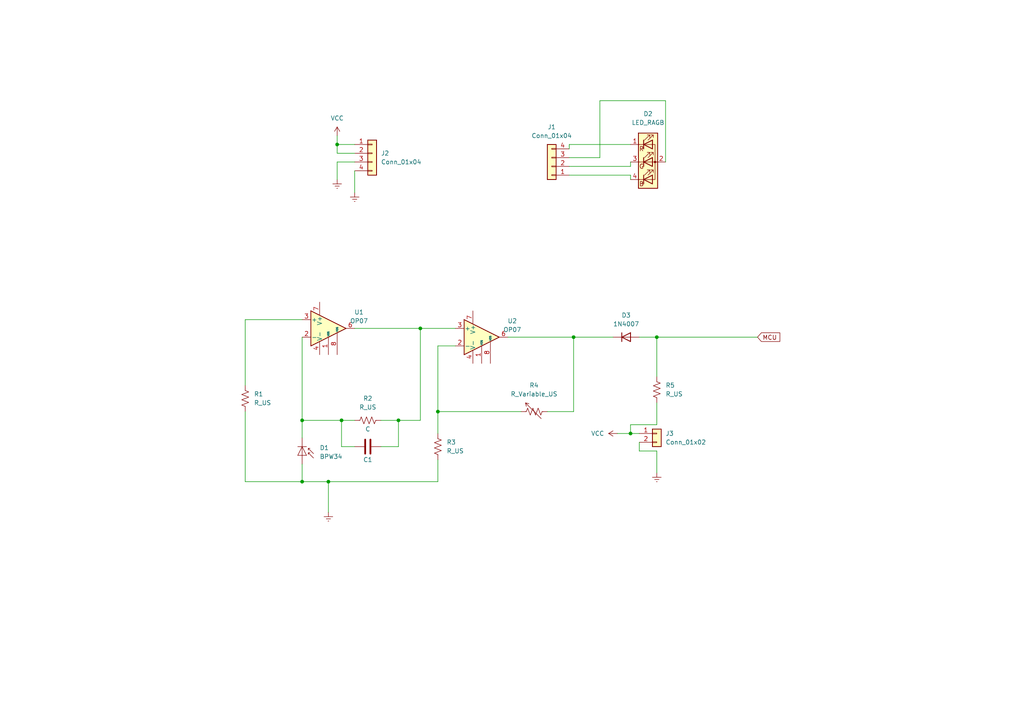
<source format=kicad_sch>
(kicad_sch (version 20211123) (generator eeschema)
  (paper "A4")
  (title_block (title "PLANT TISSUE FLUOROMETER") (date "2022-07-12") (rev "0") (company "UBC IGEM") (comment 1 "Designed by Umar Ali"))
  (lib_symbols
    (symbol "Amplifier_Operational:OP07" (pin_names (offset 0.127))
      (property "Reference" "U" (at 1.27 6.35 0))
      (property "Value" "OP07" (at 1.27 3.81 0))
      (symbol "OP07_0_1"
        (polyline (pts (xy -5.08 5.08) (xy 5.08 0) (xy -5.08 -5.08) (xy -5.08 5.08)) (stroke (width 0.254)) (fill (type background)))
      )
      (symbol "OP07_1_1"
        (pin input line (at 0 -7.62 90) (length 5.08) (name "VOS") (number "1"))
        (pin input line (at -7.62 -2.54 0) (length 2.54) (name "-") (number "2"))
        (pin input line (at -7.62 2.54 0) (length 2.54) (name "+") (number "3"))
        (pin power_in line (at -2.54 -7.62 90) (length 3.81) (name "V-") (number "4"))
        (pin no_connect line (at 0 2.54 270) (length 2.54) hide (name "NC") (number "5"))
        (pin output line (at 7.62 0 180) (length 2.54) (name "~") (number "6"))
        (pin power_in line (at -2.54 7.62 270) (length 3.81) (name "V+") (number "7"))
        (pin input line (at 2.54 -7.62 90) (length 6.35) (name "VOS") (number "8"))
      )
    )
    (symbol "Connector_Generic:Conn_01x02" (pin_names (offset 1.016) hide)
      (property "Reference" "J" (at 0 2.54 0))
      (property "Value" "Conn_01x02" (at 0 -5.08 0))
      (symbol "Conn_01x02_1_1"
        (rectangle (start -1.27 -2.413) (end 0 -2.667) (stroke (width 0.1524)))
        (rectangle (start -1.27 0.127) (end 0 -0.127) (stroke (width 0.1524)))
        (rectangle (start -1.27 1.27) (end 1.27 -3.81) (stroke (width 0.254)) (fill (type background)))
        (pin passive line (at -5.08 0 0) (length 3.81) (name "Pin_1") (number "1"))
        (pin passive line (at -5.08 -2.54 0) (length 3.81) (name "Pin_2") (number "2"))
      )
    )
    (symbol "Connector_Generic:Conn_01x04" (pin_names (offset 1.016) hide)
      (property "Reference" "J" (at 0 5.08 0))
      (property "Value" "Conn_01x04" (at 0 -7.62 0))
      (symbol "Conn_01x04_1_1"
        (rectangle (start -1.27 -4.953) (end 0 -5.207) (stroke (width 0.1524)))
        (rectangle (start -1.27 -2.413) (end 0 -2.667) (stroke (width 0.1524)))
        (rectangle (start -1.27 0.127) (end 0 -0.127) (stroke (width 0.1524)))
        (rectangle (start -1.27 2.667) (end 0 2.413) (stroke (width 0.1524)))
        (rectangle (start -1.27 3.81) (end 1.27 -6.35) (stroke (width 0.254)) (fill (type background)))
        (pin passive line (at -5.08 2.54 0) (length 3.81) (name "Pin_1") (number "1"))
        (pin passive line (at -5.08 0 0) (length 3.81) (name "Pin_2") (number "2"))
        (pin passive line (at -5.08 -2.54 0) (length 3.81) (name "Pin_3") (number "3"))
        (pin passive line (at -5.08 -5.08 0) (length 3.81) (name "Pin_4") (number "4"))
      )
    )
    (symbol "Device:C" (pin_numbers hide) (pin_names (offset 0.254))
      (property "Reference" "C" (at 0.635 2.54 0))
      (property "Value" "C" (at 0.635 -2.54 0))
      (symbol "C_0_1"
        (polyline (pts (xy -2.032 -0.762) (xy 2.032 -0.762)) (stroke (width 0.508)))
        (polyline (pts (xy -2.032 0.762) (xy 2.032 0.762)) (stroke (width 0.508)))
      )
      (symbol "C_1_1"
        (pin passive line (at 0 3.81 270) (length 2.794) (name "~") (number "1"))
        (pin passive line (at 0 -3.81 90) (length 2.794) (name "~") (number "2"))
      )
    )
    (symbol "Device:LED_RAGB" (pin_names (offset 0) hide)
      (property "Reference" "D" (at 0 9.398 0))
      (property "Value" "LED_RAGB" (at 0 -8.89 0))
      (symbol "LED_RAGB_0_0"
        (text "B" (at -1.905 -6.35 0) (effects (font (size 1.27 1.27))))
        (text "G" (at -1.905 -1.27 0) (effects (font (size 1.27 1.27))))
        (text "R" (at -1.905 3.81 0) (effects (font (size 1.27 1.27))))
      )
      (symbol "LED_RAGB_0_1"
        (polyline (pts (xy -1.27 -5.08) (xy -2.54 -5.08)))
        (polyline (pts (xy -1.27 -5.08) (xy 1.27 -5.08)))
        (polyline (pts (xy -1.27 -3.81) (xy -1.27 -6.35)) (stroke (width 0.254)))
        (polyline (pts (xy -1.27 0) (xy -2.54 0)))
        (polyline (pts (xy -1.27 1.27) (xy -1.27 -1.27)) (stroke (width 0.254)))
        (polyline (pts (xy -1.27 5.08) (xy -2.54 5.08)))
        (polyline (pts (xy -1.27 5.08) (xy 1.27 5.08)))
        (polyline (pts (xy -1.27 6.35) (xy -1.27 3.81)) (stroke (width 0.254)))
        (polyline (pts (xy 1.27 0) (xy -1.27 0)))
        (polyline (pts (xy 1.27 0) (xy 2.54 0)))
        (polyline (pts (xy -1.27 1.27) (xy -1.27 -1.27) (xy -1.27 -1.27)))
        (polyline (pts (xy -1.27 6.35) (xy -1.27 3.81) (xy -1.27 3.81)))
        (polyline (pts (xy 1.27 -5.08) (xy 2.032 -5.08) (xy 2.032 5.08) (xy 1.27 5.08)))
        (polyline (pts (xy 1.27 -3.81) (xy 1.27 -6.35) (xy -1.27 -5.08) (xy 1.27 -3.81)) (stroke (width 0.254)))
        (polyline (pts (xy 1.27 1.27) (xy 1.27 -1.27) (xy -1.27 0) (xy 1.27 1.27)) (stroke (width 0.254)))
        (polyline (pts (xy 1.27 6.35) (xy 1.27 3.81) (xy -1.27 5.08) (xy 1.27 6.35)) (stroke (width 0.254)))
        (polyline (pts (xy -1.016 -3.81) (xy 0.508 -2.286) (xy -0.254 -2.286) (xy 0.508 -2.286) (xy 0.508 -3.048)))
        (polyline (pts (xy -1.016 1.27) (xy 0.508 2.794) (xy -0.254 2.794) (xy 0.508 2.794) (xy 0.508 2.032)))
        (polyline (pts (xy -1.016 6.35) (xy 0.508 7.874) (xy -0.254 7.874) (xy 0.508 7.874) (xy 0.508 7.112)))
        (polyline (pts (xy 0 -3.81) (xy 1.524 -2.286) (xy 0.762 -2.286) (xy 1.524 -2.286) (xy 1.524 -3.048)))
        (polyline (pts (xy 0 1.27) (xy 1.524 2.794) (xy 0.762 2.794) (xy 1.524 2.794) (xy 1.524 2.032)))
        (polyline (pts (xy 0 6.35) (xy 1.524 7.874) (xy 0.762 7.874) (xy 1.524 7.874) (xy 1.524 7.112)))
        (rectangle (start 1.27 -1.27) (end 1.27 1.27))
        (rectangle (start 1.27 1.27) (end 1.27 1.27))
        (rectangle (start 1.27 3.81) (end 1.27 6.35))
        (rectangle (start 1.27 6.35) (end 1.27 6.35))
        (circle (center 2.032 0) (radius 0.254) (fill (type outline)))
        (rectangle (start 2.794 8.382) (end -2.794 -7.62) (stroke (width 0.254)) (fill (type background)))
      )
      (symbol "LED_RAGB_1_1"
        (pin passive line (at -5.08 5.08 0) (length 2.54) (name "RK") (number "1"))
        (pin passive line (at 5.08 0 180) (length 2.54) (name "A") (number "2"))
        (pin passive line (at -5.08 0 0) (length 2.54) (name "GK") (number "3"))
        (pin passive line (at -5.08 -5.08 0) (length 2.54) (name "BK") (number "4"))
      )
    )
    (symbol "Device:R_US" (pin_numbers hide) (pin_names (offset 0))
      (property "Reference" "R" (at 2.54 0 90))
      (property "Value" "R_US" (at -2.54 0 90))
      (symbol "R_US_0_1"
        (polyline (pts (xy 0 -2.286) (xy 0 -2.54)))
        (polyline (pts (xy 0 2.286) (xy 0 2.54)))
        (polyline (pts (xy 0 -0.762) (xy 1.016 -1.143) (xy 0 -1.524) (xy -1.016 -1.905) (xy 0 -2.286)))
        (polyline (pts (xy 0 0.762) (xy 1.016 0.381) (xy 0 0) (xy -1.016 -0.381) (xy 0 -0.762)))
        (polyline (pts (xy 0 2.286) (xy 1.016 1.905) (xy 0 1.524) (xy -1.016 1.143) (xy 0 0.762)))
      )
      (symbol "R_US_1_1"
        (pin passive line (at 0 3.81 270) (length 1.27) (name "~") (number "1"))
        (pin passive line (at 0 -3.81 90) (length 1.27) (name "~") (number "2"))
      )
    )
    (symbol "Device:R_Variable_US" (pin_numbers hide) (pin_names (offset 0))
      (property "Reference" "R" (at 2.54 -2.54 90))
      (property "Value" "R_Variable_US" (at -2.54 -1.27 90))
      (symbol "R_Variable_US_0_1"
        (polyline (pts (xy 0 -2.286) (xy 0 -2.54)))
        (polyline (pts (xy 0 2.286) (xy 0 2.54)))
        (polyline (pts (xy 0 -0.762) (xy 1.016 -1.143) (xy 0 -1.524) (xy -1.016 -1.905) (xy 0 -2.286)))
        (polyline (pts (xy 0 0.762) (xy 1.016 0.381) (xy 0 0) (xy -1.016 -0.381) (xy 0 -0.762)))
        (polyline (pts (xy 0 2.286) (xy 1.016 1.905) (xy 0 1.524) (xy -1.016 1.143) (xy 0 0.762)) (stroke (width 0.1524)))
        (polyline (pts (xy 2.286 1.524) (xy 2.54 2.54) (xy 1.524 2.286) (xy 2.54 2.54) (xy -2.032 -2.032)) (stroke (width 0.1524)))
      )
      (symbol "R_Variable_US_1_1"
        (pin passive line (at 0 3.81 270) (length 1.27) (name "~") (number "1"))
        (pin passive line (at 0 -3.81 90) (length 1.27) (name "~") (number "2"))
      )
    )
    (symbol "Diode:1N4007" (pin_numbers hide) (pin_names (offset 1.016) hide)
      (property "Reference" "D" (at 0 2.54 0))
      (property "Value" "1N4007" (at 0 -2.54 0))
      (symbol "1N4007_0_1"
        (polyline (pts (xy -1.27 1.27) (xy -1.27 -1.27)) (stroke (width 0.254)))
        (polyline (pts (xy 1.27 0) (xy -1.27 0)))
        (polyline (pts (xy 1.27 1.27) (xy 1.27 -1.27) (xy -1.27 0) (xy 1.27 1.27)) (stroke (width 0.254)))
      )
      (symbol "1N4007_1_1"
        (pin passive line (at -3.81 0 0) (length 2.54) (name "K") (number "1"))
        (pin passive line (at 3.81 0 180) (length 2.54) (name "A") (number "2"))
      )
    )
    (symbol "Sensor_Optical:BPW34" (pin_numbers hide) (pin_names (offset 1.016) hide)
      (property "Reference" "D" (at 0.508 1.778 0))
      (property "Value" "BPW34" (at -1.016 -2.794 0))
      (symbol "BPW34_0_1"
        (polyline (pts (xy -2.54 1.27) (xy -2.54 -1.27)) (stroke (width 0.1524)))
        (polyline (pts (xy -2.032 1.778) (xy -1.524 1.778)))
        (polyline (pts (xy 0 -1.27) (xy 0 1.27)))
        (polyline (pts (xy 0 0) (xy -2.54 0)))
        (polyline (pts (xy -0.508 3.302) (xy -2.032 1.778) (xy -2.032 2.286)))
        (polyline (pts (xy 0 1.27) (xy -2.54 0) (xy 0 -1.27)))
        (polyline (pts (xy 0.762 3.302) (xy -0.762 1.778) (xy -0.762 2.286) (xy -0.762 1.778) (xy -0.254 1.778)))
      )
      (symbol "BPW34_1_1"
        (pin passive line (at -5.08 0 0) (length 2.54) (name "K") (number "1"))
        (pin passive line (at 2.54 0 180) (length 2.54) (name "A") (number "2"))
      )
    )
    (symbol "power:Earth" (power) (pin_names (offset 0))
      (symbol "Earth_0_1"
        (polyline (pts (xy -0.635 -1.905) (xy 0.635 -1.905)))
        (polyline (pts (xy -0.127 -2.54) (xy 0.127 -2.54)))
        (polyline (pts (xy 0 -1.27) (xy 0 0)))
        (polyline (pts (xy 1.27 -1.27) (xy -1.27 -1.27)))
      )
      (symbol "Earth_1_1"
        (pin power_in line (at 0 0 270) (length 0) hide (name "Earth") (number "1"))
      )
    )
    (symbol "power:VCC" (power) (pin_names (offset 0))
      (property "Value" "VCC" (at 0 3.81 0))
      (symbol "VCC_0_1"
        (polyline (pts (xy -0.762 1.27) (xy 0 2.54)))
        (polyline (pts (xy 0 0) (xy 0 2.54)))
        (polyline (pts (xy 0 2.54) (xy 0.762 1.27)))
      )
      (symbol "VCC_1_1"
        (pin power_in line (at 0 0 90) (length 0) hide (name "VCC") (number "1"))
      )
    )
  )
  (junction (at 190.5 97.79))
  (junction (at 115.57 121.92))
  (junction (at 166.37 97.79))
  (junction (at 182.88 125.73))
  (junction (at 121.92 95.25))
  (junction (at 99.06 121.92))
  (junction (at 87.63 139.7))
  (junction (at 95.25 139.7))
  (junction (at 127 119.38))
  (junction (at 97.79 41.91))
  (junction (at 87.63 121.92))
  (wire (pts (xy 102.87 44.45) (xy 97.79 44.45)))
  (wire (pts (xy 182.88 125.73) (xy 185.42 125.73)))
  (wire (pts (xy 115.57 121.92) (xy 115.57 129.54)))
  (wire (pts (xy 165.1 50.8) (xy 182.88 50.8)))
  (wire (pts (xy 87.63 92.71) (xy 71.12 92.71)))
  (wire (pts (xy 87.63 121.92) (xy 99.06 121.92)))
  (wire (pts (xy 121.92 95.25) (xy 132.08 95.25)))
  (wire (pts (xy 99.06 121.92) (xy 102.87 121.92)))
  (wire (pts (xy 193.04 29.21) (xy 193.04 46.99)))
  (wire (pts (xy 185.42 97.79) (xy 190.5 97.79)))
  (wire (pts (xy 185.42 130.81) (xy 185.42 128.27)))
  (wire (pts (xy 127 100.33) (xy 127 119.38)))
  (wire (pts (xy 190.5 97.79) (xy 190.5 109.22)))
  (wire (pts (xy 165.1 45.72) (xy 173.99 45.72)))
  (wire (pts (xy 110.49 129.54) (xy 115.57 129.54)))
  (wire (pts (xy 110.49 121.92) (xy 115.57 121.92)))
  (wire (pts (xy 87.63 134.62) (xy 87.63 139.7)))
  (wire (pts (xy 87.63 97.79) (xy 87.63 121.92)))
  (wire (pts (xy 182.88 48.26) (xy 182.88 46.99)))
  (wire (pts (xy 166.37 97.79) (xy 166.37 119.38)))
  (wire (pts (xy 99.06 129.54) (xy 102.87 129.54)))
  (wire (pts (xy 127 119.38) (xy 127 125.73)))
  (wire (pts (xy 182.88 41.91) (xy 165.1 41.91)))
  (wire (pts (xy 87.63 139.7) (xy 95.25 139.7)))
  (wire (pts (xy 166.37 97.79) (xy 147.32 97.79)))
  (wire (pts (xy 102.87 95.25) (xy 121.92 95.25)))
  (wire (pts (xy 97.79 46.99) (xy 97.79 52.07)))
  (wire (pts (xy 115.57 121.92) (xy 121.92 121.92)))
  (wire (pts (xy 97.79 41.91) (xy 102.87 41.91)))
  (wire (pts (xy 190.5 97.79) (xy 219.71 97.79)))
  (wire (pts (xy 190.5 130.81) (xy 185.42 130.81)))
  (wire (pts (xy 95.25 139.7) (xy 95.25 148.59)))
  (wire (pts (xy 182.88 123.19) (xy 182.88 125.73)))
  (wire (pts (xy 102.87 49.53) (xy 102.87 55.88)))
  (wire (pts (xy 87.63 121.92) (xy 87.63 127)))
  (wire (pts (xy 190.5 123.19) (xy 182.88 123.19)))
  (wire (pts (xy 177.8 97.79) (xy 166.37 97.79)))
  (wire (pts (xy 165.1 41.91) (xy 165.1 43.18)))
  (wire (pts (xy 99.06 121.92) (xy 99.06 129.54)))
  (wire (pts (xy 173.99 45.72) (xy 173.99 29.21)))
  (wire (pts (xy 127 119.38) (xy 151.13 119.38)))
  (wire (pts (xy 190.5 130.81) (xy 190.5 137.16)))
  (wire (pts (xy 121.92 95.25) (xy 121.92 121.92)))
  (wire (pts (xy 71.12 139.7) (xy 87.63 139.7)))
  (wire (pts (xy 95.25 139.7) (xy 127 139.7)))
  (wire (pts (xy 97.79 46.99) (xy 102.87 46.99)))
  (wire (pts (xy 173.99 29.21) (xy 193.04 29.21)))
  (wire (pts (xy 97.79 44.45) (xy 97.79 41.91)))
  (wire (pts (xy 71.12 119.38) (xy 71.12 139.7)))
  (wire (pts (xy 182.88 50.8) (xy 182.88 52.07)))
  (wire (pts (xy 179.07 125.73) (xy 182.88 125.73)))
  (wire (pts (xy 190.5 116.84) (xy 190.5 123.19)))
  (wire (pts (xy 127 139.7) (xy 127 133.35)))
  (wire (pts (xy 158.75 119.38) (xy 166.37 119.38)))
  (wire (pts (xy 165.1 48.26) (xy 182.88 48.26)))
  (wire (pts (xy 132.08 100.33) (xy 127 100.33)))
  (wire (pts (xy 71.12 92.71) (xy 71.12 111.76)))
  (wire (pts (xy 97.79 39.37) (xy 97.79 41.91)))
  (global_label "MCU" (shape input) (at 219.71 97.79 0) (property "Intersheet References" "${INTERSHEET_REFS}" (effects hide)))
  (symbol (lib_id "Connector_Generic:Conn_01x04") (at 107.95 44.45 0) (unit 1)
    (property "Reference" "J2" (at 110.49 44.4499 0) (effects (justify left)))
    (property "Value" "Conn_01x04" (at 110.49 46.9899 0) (effects (justify left)))
    (property "Footprint" "Connector:FanPinHeader_1x04_P2.54mm_Vertical" (effects hide))
  )
  (symbol (lib_id "power:VCC") (at 179.07 125.73 90) (unit 1)
    (property "Reference" "#PWR0101" (effects hide))
    (property "Value" "VCC" (at 175.26 125.7299 90) (effects (justify left)))
  )
  (symbol (lib_id "power:Earth") (at 95.25 148.59 0) (unit 1)
    (property "Reference" "#PWR01" (effects hide))
    (property "Value" "Earth" (effects hide))
  )
  (symbol (lib_id "power:VCC") (at 97.79 39.37 0) (unit 1)
    (property "Reference" "#PWR03" (effects hide))
    (property "Value" "VCC" (at 97.79 34.29 0))
  )
  (symbol (lib_id "power:Earth") (at 102.87 55.88 0) (unit 1)
    (property "Reference" "#PWR05" (effects hide))
    (property "Value" "Earth" (effects hide))
  )
  (symbol (lib_id "Amplifier_Operational:OP07") (at 139.7 97.79 0) (unit 1)
    (property "Reference" "U2" (at 148.59 93.091 0))
    (property "Value" "OP07" (at 148.59 95.631 0))
    (property "Footprint" "Package_DIP:DIP-8_W7.62mm" (effects hide))
    (property "Datasheet" "https://www.analog.com/media/en/technical-documentation/data-sheets/OP07.pdf" (effects hide))
  )
  (symbol (lib_id "Amplifier_Operational:OP07") (at 95.25 95.25 0) (unit 1)
    (property "Reference" "U1" (at 104.14 90.551 0))
    (property "Value" "OP07" (at 104.14 93.091 0))
    (property "Footprint" "Package_DIP:DIP-8_W7.62mm" (effects hide))
    (property "Datasheet" "https://www.analog.com/media/en/technical-documentation/data-sheets/OP07.pdf" (effects hide))
  )
  (symbol (lib_id "Connector_Generic:Conn_01x02") (at 190.5 125.73 0) (unit 1)
    (property "Reference" "J3" (at 193.04 125.7299 0) (effects (justify left)))
    (property "Value" "Conn_01x02" (at 193.04 128.2699 0) (effects (justify left)))
    (property "Footprint" "Connector_Molex:Molex_KK-254_AE-6410-02A_1x02_P2.54mm_Vertical" (effects hide))
  )
  (symbol (lib_id "Device:R_US") (at 106.68 121.92 90) (unit 1)
    (property "Reference" "R2" (at 106.68 115.57 90))
    (property "Value" "R_US" (at 106.68 118.11 90))
    (property "Footprint" "Resistor_THT:R_Axial_DIN0309_L9.0mm_D3.2mm_P2.54mm_Vertical" (effects hide))
  )
  (symbol (lib_id "Device:LED_RAGB") (at 187.96 46.99 0) (unit 1)
    (property "Reference" "D2" (at 187.96 33.02 0))
    (property "Value" "LED_RAGB" (at 187.96 35.56 0))
    (property "Footprint" "LED_THT:LED_D5.0mm-4_RGB_Wide_Pins" (effects hide))
  )
  (symbol (lib_id "Device:R_US") (at 190.5 113.03 0) (unit 1)
    (property "Reference" "R5" (at 193.04 111.7599 0) (effects (justify left)))
    (property "Value" "R_US" (at 193.04 114.2999 0) (effects (justify left)))
    (property "Footprint" "Resistor_THT:R_Axial_DIN0309_L9.0mm_D3.2mm_P2.54mm_Vertical" (effects hide))
  )
  (symbol (lib_id "power:Earth") (at 97.79 52.07 0) (unit 1)
    (property "Reference" "#PWR04" (effects hide))
    (property "Value" "Earth" (effects hide))
  )
  (symbol (lib_id "Device:R_Variable_US") (at 154.94 119.38 90) (unit 1)
    (property "Reference" "R4" (at 154.9019 111.76 90))
    (property "Value" "R_Variable_US" (at 154.9019 114.3 90))
    (property "Footprint" "Potentiometer_THT:Potentiometer_TT_P0915N" (effects hide))
  )
  (symbol (lib_id "Device:R_US") (at 71.12 115.57 180) (unit 1)
    (property "Reference" "R1" (at 73.66 114.2999 0) (effects (justify right)))
    (property "Value" "R_US" (at 73.66 116.8399 0) (effects (justify right)))
    (property "Footprint" "Resistor_THT:R_Axial_DIN0309_L9.0mm_D3.2mm_P2.54mm_Vertical" (effects hide))
  )
  (symbol (lib_id "Connector_Generic:Conn_01x04") (at 160.02 48.26 180) (unit 1)
    (property "Reference" "J1" (at 160.02 36.83 0))
    (property "Value" "Conn_01x04" (at 160.02 39.37 0))
    (property "Footprint" "Connector:FanPinHeader_1x04_P2.54mm_Vertical" (effects hide))
  )
  (symbol (lib_id "Device:C") (at 106.68 129.54 90) (unit 1)
    (property "Reference" "C1" (at 106.68 133.35 90))
    (property "Value" "C" (at 106.68 124.46 90))
    (property "Footprint" "Capacitor_THT:CP_Radial_D4.0mm_P2.00mm" (effects hide))
  )
  (symbol (lib_id "Diode:1N4007") (at 181.61 97.79 0) (unit 1)
    (property "Reference" "D3" (at 181.61 91.44 0))
    (property "Value" "1N4007" (at 181.61 93.98 0))
    (property "Footprint" "Diode_THT:D_DO-41_SOD81_P10.16mm_Horizontal" (effects hide))
    (property "Datasheet" "http://www.vishay.com/docs/88503/1n4001.pdf" (effects hide))
  )
  (symbol (lib_id "power:Earth") (at 190.5 137.16 0) (unit 1)
    (property "Reference" "#PWR02" (effects hide))
    (property "Value" "Earth" (effects hide))
  )
  (symbol (lib_id "Device:R_US") (at 127 129.54 180) (unit 1)
    (property "Reference" "R3" (at 129.54 128.2699 0) (effects (justify right)))
    (property "Value" "R_US" (at 129.54 130.8099 0) (effects (justify right)))
    (property "Footprint" "Resistor_THT:R_Axial_DIN0309_L9.0mm_D3.2mm_P2.54mm_Vertical" (effects hide))
  )
  (symbol (lib_id "Sensor_Optical:BPW34") (at 87.63 132.08 270) (unit 1)
    (property "Reference" "D1" (at 92.71 129.8828 90) (effects (justify left)))
    (property "Value" "BPW34" (at 92.71 132.4228 90) (effects (justify left)))
    (property "Footprint" "OptoDevice:Osram_DIL2_4.3x4.65mm_P5.08mm" (effects hide))
    (property "Datasheet" "http://www.vishay.com/docs/81521/bpw34.pdf" (effects hide))
  )
)
</source>
